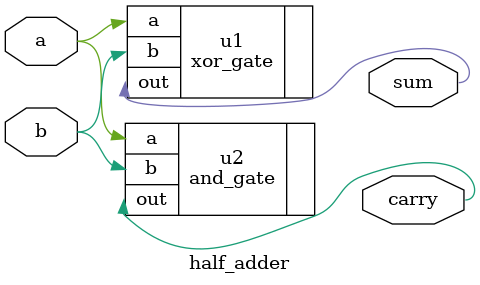
<source format=v>
`default_nettype none
module half_adder(
    input wire a,
    input wire b,
    output wire sum,
    output wire carry
);

    xor_gate u1 (
        .a(a),
        .b(b),
        .out(sum)
    );

    and_gate u2 (
        .a(a),
        .b(b),
        .out(carry)
    );

endmodule

</source>
